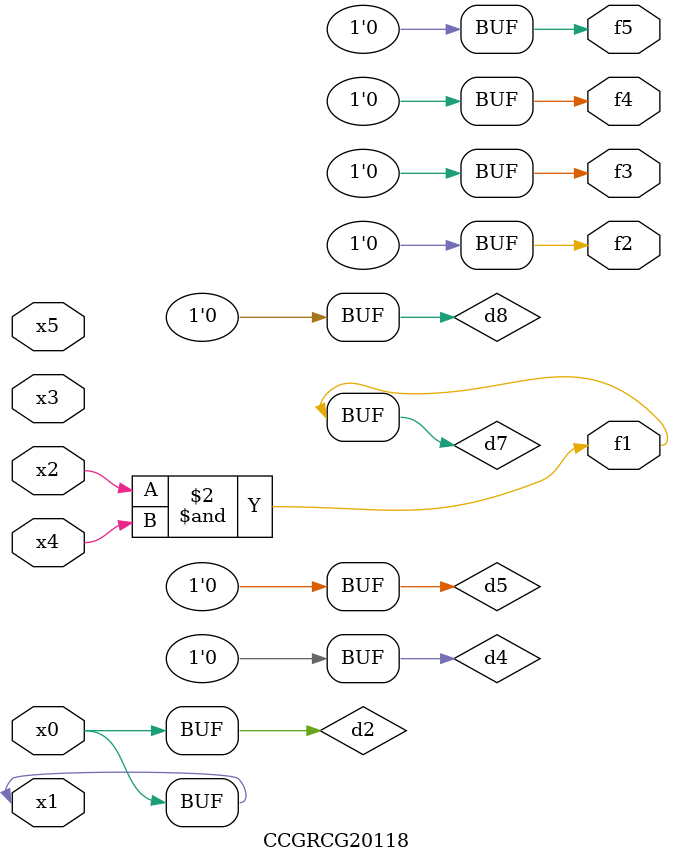
<source format=v>
module CCGRCG20118(
	input x0, x1, x2, x3, x4, x5,
	output f1, f2, f3, f4, f5
);

	wire d1, d2, d3, d4, d5, d6, d7, d8, d9;

	nand (d1, x1);
	buf (d2, x0, x1);
	nand (d3, x2, x4);
	and (d4, d1, d2);
	and (d5, d1, d2);
	nand (d6, d1, d3);
	not (d7, d3);
	xor (d8, d5);
	nor (d9, d5, d6);
	assign f1 = d7;
	assign f2 = d8;
	assign f3 = d8;
	assign f4 = d8;
	assign f5 = d8;
endmodule

</source>
